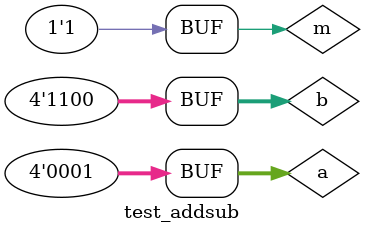
<source format=v>
`include "FADDER.v"

module ADDSUB(a,b,m,s,c,v);
    input [0:3] a,b;
    input m;
    output c, v;
    output [0:3] s;
    wire b0,b1,b2,b3;
    assign b0 = b[0]^m;
    assign b1 = b[1]^m;
    assign b2 = b[2]^m;
    assign b3 = b[3]^m;
    wire c1,c2,c3;
    FADDER f1(s[0],c1,a[0],b0,m);
    FADDER f2(s[1],c2,a[1],b1,m);
    FADDER f3(s[2],c3,a[2],b2,m);
    FADDER f4(s[3],c,a[3],b3,m);
    assign v = c^c3;
endmodule

module test_addsub; 
    reg [3:0]a;
    reg [3:0]b;
    wire [3:0]s;
    reg m;
    wire c,v;    
    ADDSUB add(a,b,m,s,c,v);
    initial
    begin
        $monitor("a=%b | b=%b | m=%b | s=%b | cout=%b | v=%b",a,b,m,s,c,v);
    end
    initial 
    begin
        a=4'b0000; b=4'b0001; m=1'b0;
        #3 a=4'b1111; b=4'b1000; m=1'b1;
        #3 a=4'b1111; b=4'b0010; m=1'b1;
        #3 a=4'b1111; b=4'b1111; m=1'b1;
        #3 a=4'b0001; b=4'b1100; m=1'b1;
    end
endmodule
</source>
